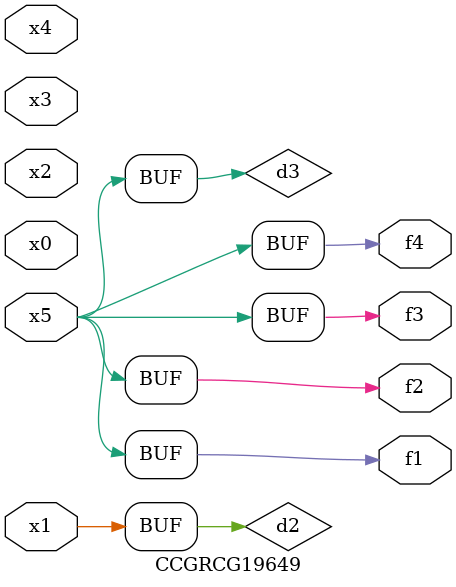
<source format=v>
module CCGRCG19649(
	input x0, x1, x2, x3, x4, x5,
	output f1, f2, f3, f4
);

	wire d1, d2, d3;

	not (d1, x5);
	or (d2, x1);
	xnor (d3, d1);
	assign f1 = d3;
	assign f2 = d3;
	assign f3 = d3;
	assign f4 = d3;
endmodule

</source>
